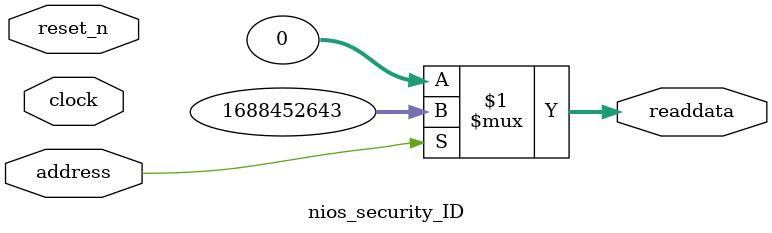
<source format=v>



// synthesis translate_off
`timescale 1ns / 1ps
// synthesis translate_on

// turn off superfluous verilog processor warnings 
// altera message_level Level1 
// altera message_off 10034 10035 10036 10037 10230 10240 10030 

module nios_security_ID (
               // inputs:
                address,
                clock,
                reset_n,

               // outputs:
                readdata
             )
;

  output  [ 31: 0] readdata;
  input            address;
  input            clock;
  input            reset_n;

  wire    [ 31: 0] readdata;
  //control_slave, which is an e_avalon_slave
  assign readdata = address ? 1688452643 : 0;

endmodule



</source>
